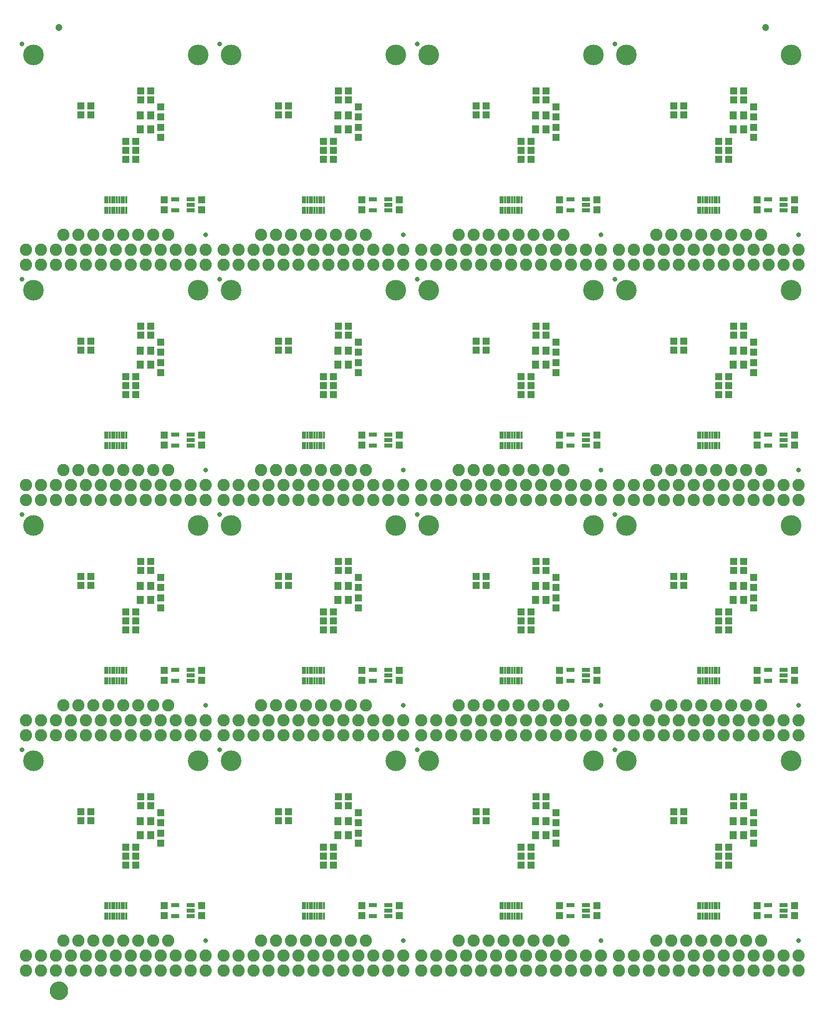
<source format=gbs>
G75*
%MOIN*%
%OFA0B0*%
%FSLAX25Y25*%
%IPPOS*%
%LPD*%
%AMOC8*
5,1,8,0,0,1.08239X$1,22.5*
%
%ADD10R,0.05131X0.04737*%
%ADD11R,0.05131X0.05524*%
%ADD12R,0.04737X0.05131*%
%ADD13R,0.05524X0.02965*%
%ADD14R,0.01587X0.05131*%
%ADD15R,0.01587X0.04737*%
%ADD16C,0.08200*%
%ADD17C,0.13800*%
%ADD18C,0.03300*%
%ADD19C,0.04737*%
%ADD20C,0.05000*%
%ADD21C,0.06706*%
D10*
X0100404Y0104250D03*
X0100404Y0110250D03*
X0100404Y0116250D03*
X0107096Y0116250D03*
X0107096Y0110250D03*
X0107096Y0104250D03*
X0110404Y0143750D03*
X0110404Y0149750D03*
X0117096Y0149750D03*
X0117096Y0143750D03*
X0077096Y0139750D03*
X0077096Y0133750D03*
X0070404Y0133750D03*
X0070404Y0139750D03*
X0100404Y0261250D03*
X0100404Y0267250D03*
X0100404Y0273250D03*
X0107096Y0273250D03*
X0107096Y0267250D03*
X0107096Y0261250D03*
X0110404Y0300750D03*
X0110404Y0306750D03*
X0117096Y0306750D03*
X0117096Y0300750D03*
X0077096Y0296750D03*
X0077096Y0290750D03*
X0070404Y0290750D03*
X0070404Y0296750D03*
X0100404Y0418250D03*
X0100404Y0424250D03*
X0100404Y0430250D03*
X0107096Y0430250D03*
X0107096Y0424250D03*
X0107096Y0418250D03*
X0077096Y0447750D03*
X0077096Y0453750D03*
X0070404Y0453750D03*
X0070404Y0447750D03*
X0110404Y0457750D03*
X0110404Y0463750D03*
X0117096Y0463750D03*
X0117096Y0457750D03*
X0202404Y0453750D03*
X0202404Y0447750D03*
X0209096Y0447750D03*
X0209096Y0453750D03*
X0232404Y0430250D03*
X0232404Y0424250D03*
X0232404Y0418250D03*
X0239096Y0418250D03*
X0239096Y0424250D03*
X0239096Y0430250D03*
X0242404Y0457750D03*
X0242404Y0463750D03*
X0249096Y0463750D03*
X0249096Y0457750D03*
X0334404Y0453750D03*
X0334404Y0447750D03*
X0341096Y0447750D03*
X0341096Y0453750D03*
X0364404Y0430250D03*
X0364404Y0424250D03*
X0364404Y0418250D03*
X0371096Y0418250D03*
X0371096Y0424250D03*
X0371096Y0430250D03*
X0374404Y0457750D03*
X0374404Y0463750D03*
X0381096Y0463750D03*
X0381096Y0457750D03*
X0466404Y0453750D03*
X0466404Y0447750D03*
X0473096Y0447750D03*
X0473096Y0453750D03*
X0496404Y0430250D03*
X0496404Y0424250D03*
X0496404Y0418250D03*
X0503096Y0418250D03*
X0503096Y0424250D03*
X0503096Y0430250D03*
X0506404Y0457750D03*
X0506404Y0463750D03*
X0513096Y0463750D03*
X0513096Y0457750D03*
X0503096Y0575250D03*
X0503096Y0581250D03*
X0503096Y0587250D03*
X0496404Y0587250D03*
X0496404Y0581250D03*
X0496404Y0575250D03*
X0473096Y0604750D03*
X0473096Y0610750D03*
X0466404Y0610750D03*
X0466404Y0604750D03*
X0506404Y0614750D03*
X0506404Y0620750D03*
X0513096Y0620750D03*
X0513096Y0614750D03*
X0381096Y0614750D03*
X0381096Y0620750D03*
X0374404Y0620750D03*
X0374404Y0614750D03*
X0371096Y0587250D03*
X0371096Y0581250D03*
X0371096Y0575250D03*
X0364404Y0575250D03*
X0364404Y0581250D03*
X0364404Y0587250D03*
X0341096Y0604750D03*
X0341096Y0610750D03*
X0334404Y0610750D03*
X0334404Y0604750D03*
X0249096Y0614750D03*
X0249096Y0620750D03*
X0242404Y0620750D03*
X0242404Y0614750D03*
X0239096Y0587250D03*
X0239096Y0581250D03*
X0239096Y0575250D03*
X0232404Y0575250D03*
X0232404Y0581250D03*
X0232404Y0587250D03*
X0209096Y0604750D03*
X0209096Y0610750D03*
X0202404Y0610750D03*
X0202404Y0604750D03*
X0117096Y0614750D03*
X0117096Y0620750D03*
X0110404Y0620750D03*
X0110404Y0614750D03*
X0107096Y0587250D03*
X0107096Y0581250D03*
X0107096Y0575250D03*
X0100404Y0575250D03*
X0100404Y0581250D03*
X0100404Y0587250D03*
X0077096Y0604750D03*
X0077096Y0610750D03*
X0070404Y0610750D03*
X0070404Y0604750D03*
X0242404Y0306750D03*
X0242404Y0300750D03*
X0249096Y0300750D03*
X0249096Y0306750D03*
X0239096Y0273250D03*
X0239096Y0267250D03*
X0239096Y0261250D03*
X0232404Y0261250D03*
X0232404Y0267250D03*
X0232404Y0273250D03*
X0209096Y0290750D03*
X0209096Y0296750D03*
X0202404Y0296750D03*
X0202404Y0290750D03*
X0334404Y0290750D03*
X0334404Y0296750D03*
X0341096Y0296750D03*
X0341096Y0290750D03*
X0364404Y0273250D03*
X0364404Y0267250D03*
X0364404Y0261250D03*
X0371096Y0261250D03*
X0371096Y0267250D03*
X0371096Y0273250D03*
X0374404Y0300750D03*
X0374404Y0306750D03*
X0381096Y0306750D03*
X0381096Y0300750D03*
X0466404Y0296750D03*
X0466404Y0290750D03*
X0473096Y0290750D03*
X0473096Y0296750D03*
X0496404Y0273250D03*
X0496404Y0267250D03*
X0496404Y0261250D03*
X0503096Y0261250D03*
X0503096Y0267250D03*
X0503096Y0273250D03*
X0506404Y0300750D03*
X0506404Y0306750D03*
X0513096Y0306750D03*
X0513096Y0300750D03*
X0513096Y0149750D03*
X0513096Y0143750D03*
X0506404Y0143750D03*
X0506404Y0149750D03*
X0503096Y0116250D03*
X0503096Y0110250D03*
X0503096Y0104250D03*
X0496404Y0104250D03*
X0496404Y0110250D03*
X0496404Y0116250D03*
X0473096Y0133750D03*
X0473096Y0139750D03*
X0466404Y0139750D03*
X0466404Y0133750D03*
X0381096Y0143750D03*
X0381096Y0149750D03*
X0374404Y0149750D03*
X0374404Y0143750D03*
X0371096Y0116250D03*
X0371096Y0110250D03*
X0371096Y0104250D03*
X0364404Y0104250D03*
X0364404Y0110250D03*
X0364404Y0116250D03*
X0341096Y0133750D03*
X0341096Y0139750D03*
X0334404Y0139750D03*
X0334404Y0133750D03*
X0249096Y0143750D03*
X0249096Y0149750D03*
X0242404Y0149750D03*
X0242404Y0143750D03*
X0239096Y0116250D03*
X0239096Y0110250D03*
X0239096Y0104250D03*
X0232404Y0104250D03*
X0232404Y0110250D03*
X0232404Y0116250D03*
X0209096Y0133750D03*
X0209096Y0139750D03*
X0202404Y0139750D03*
X0202404Y0133750D03*
D11*
X0242305Y0133376D03*
X0249195Y0133376D03*
X0249195Y0124124D03*
X0242305Y0124124D03*
X0117195Y0124124D03*
X0110305Y0124124D03*
X0110305Y0133376D03*
X0117195Y0133376D03*
X0117195Y0281124D03*
X0110305Y0281124D03*
X0110305Y0290376D03*
X0117195Y0290376D03*
X0242305Y0290376D03*
X0249195Y0290376D03*
X0249195Y0281124D03*
X0242305Y0281124D03*
X0374305Y0281124D03*
X0381195Y0281124D03*
X0381195Y0290376D03*
X0374305Y0290376D03*
X0506305Y0290376D03*
X0513195Y0290376D03*
X0513195Y0281124D03*
X0506305Y0281124D03*
X0506305Y0133376D03*
X0506305Y0124124D03*
X0513195Y0124124D03*
X0513195Y0133376D03*
X0381195Y0133376D03*
X0374305Y0133376D03*
X0374305Y0124124D03*
X0381195Y0124124D03*
X0381195Y0438124D03*
X0374305Y0438124D03*
X0374305Y0447376D03*
X0381195Y0447376D03*
X0506305Y0447376D03*
X0506305Y0438124D03*
X0513195Y0438124D03*
X0513195Y0447376D03*
X0513195Y0595124D03*
X0513195Y0604376D03*
X0506305Y0604376D03*
X0506305Y0595124D03*
X0381195Y0595124D03*
X0374305Y0595124D03*
X0374305Y0604376D03*
X0381195Y0604376D03*
X0249195Y0604376D03*
X0242305Y0604376D03*
X0242305Y0595124D03*
X0249195Y0595124D03*
X0117195Y0595124D03*
X0110305Y0595124D03*
X0110305Y0604376D03*
X0117195Y0604376D03*
X0117195Y0447376D03*
X0110305Y0447376D03*
X0110305Y0438124D03*
X0117195Y0438124D03*
X0242305Y0438124D03*
X0249195Y0438124D03*
X0249195Y0447376D03*
X0242305Y0447376D03*
D12*
X0255750Y0446404D03*
X0255750Y0453096D03*
X0255750Y0439596D03*
X0255750Y0432904D03*
X0258250Y0391096D03*
X0258250Y0384404D03*
X0283250Y0384404D03*
X0283250Y0391096D03*
X0255750Y0296096D03*
X0255750Y0289404D03*
X0255750Y0282596D03*
X0255750Y0275904D03*
X0258250Y0234096D03*
X0258250Y0227404D03*
X0283250Y0227404D03*
X0283250Y0234096D03*
X0255750Y0139096D03*
X0255750Y0132404D03*
X0255750Y0125596D03*
X0255750Y0118904D03*
X0258250Y0077096D03*
X0258250Y0070404D03*
X0283250Y0070404D03*
X0283250Y0077096D03*
X0387750Y0118904D03*
X0387750Y0125596D03*
X0387750Y0132404D03*
X0387750Y0139096D03*
X0390250Y0077096D03*
X0390250Y0070404D03*
X0415250Y0070404D03*
X0415250Y0077096D03*
X0522250Y0077096D03*
X0522250Y0070404D03*
X0547250Y0070404D03*
X0547250Y0077096D03*
X0519750Y0118904D03*
X0519750Y0125596D03*
X0519750Y0132404D03*
X0519750Y0139096D03*
X0522250Y0227404D03*
X0522250Y0234096D03*
X0547250Y0234096D03*
X0547250Y0227404D03*
X0519750Y0275904D03*
X0519750Y0282596D03*
X0519750Y0289404D03*
X0519750Y0296096D03*
X0522250Y0384404D03*
X0522250Y0391096D03*
X0547250Y0391096D03*
X0547250Y0384404D03*
X0519750Y0432904D03*
X0519750Y0439596D03*
X0519750Y0446404D03*
X0519750Y0453096D03*
X0522250Y0541404D03*
X0522250Y0548096D03*
X0547250Y0548096D03*
X0547250Y0541404D03*
X0519750Y0589904D03*
X0519750Y0596596D03*
X0519750Y0603404D03*
X0519750Y0610096D03*
X0415250Y0548096D03*
X0415250Y0541404D03*
X0390250Y0541404D03*
X0390250Y0548096D03*
X0387750Y0589904D03*
X0387750Y0596596D03*
X0387750Y0603404D03*
X0387750Y0610096D03*
X0283250Y0548096D03*
X0283250Y0541404D03*
X0258250Y0541404D03*
X0258250Y0548096D03*
X0255750Y0589904D03*
X0255750Y0596596D03*
X0255750Y0603404D03*
X0255750Y0610096D03*
X0151250Y0548096D03*
X0151250Y0541404D03*
X0126250Y0541404D03*
X0126250Y0548096D03*
X0123750Y0589904D03*
X0123750Y0596596D03*
X0123750Y0603404D03*
X0123750Y0610096D03*
X0123750Y0453096D03*
X0123750Y0446404D03*
X0123750Y0439596D03*
X0123750Y0432904D03*
X0126250Y0391096D03*
X0126250Y0384404D03*
X0151250Y0384404D03*
X0151250Y0391096D03*
X0123750Y0296096D03*
X0123750Y0289404D03*
X0123750Y0282596D03*
X0123750Y0275904D03*
X0126250Y0234096D03*
X0126250Y0227404D03*
X0151250Y0227404D03*
X0151250Y0234096D03*
X0123750Y0139096D03*
X0123750Y0132404D03*
X0123750Y0125596D03*
X0123750Y0118904D03*
X0126250Y0077096D03*
X0126250Y0070404D03*
X0151250Y0070404D03*
X0151250Y0077096D03*
X0387750Y0275904D03*
X0387750Y0282596D03*
X0387750Y0289404D03*
X0387750Y0296096D03*
X0390250Y0234096D03*
X0390250Y0227404D03*
X0415250Y0227404D03*
X0415250Y0234096D03*
X0415250Y0384404D03*
X0415250Y0391096D03*
X0390250Y0391096D03*
X0390250Y0384404D03*
X0387750Y0432904D03*
X0387750Y0439596D03*
X0387750Y0446404D03*
X0387750Y0453096D03*
D13*
X0397631Y0391490D03*
X0397631Y0384010D03*
X0407869Y0384010D03*
X0407869Y0387750D03*
X0407869Y0391490D03*
X0529631Y0391490D03*
X0529631Y0384010D03*
X0539869Y0384010D03*
X0539869Y0387750D03*
X0539869Y0391490D03*
X0539869Y0541010D03*
X0539869Y0544750D03*
X0539869Y0548490D03*
X0529631Y0548490D03*
X0529631Y0541010D03*
X0407869Y0541010D03*
X0407869Y0544750D03*
X0407869Y0548490D03*
X0397631Y0548490D03*
X0397631Y0541010D03*
X0275869Y0541010D03*
X0275869Y0544750D03*
X0275869Y0548490D03*
X0265631Y0548490D03*
X0265631Y0541010D03*
X0143869Y0541010D03*
X0143869Y0544750D03*
X0143869Y0548490D03*
X0133631Y0548490D03*
X0133631Y0541010D03*
X0133631Y0391490D03*
X0133631Y0384010D03*
X0143869Y0384010D03*
X0143869Y0387750D03*
X0143869Y0391490D03*
X0265631Y0391490D03*
X0265631Y0384010D03*
X0275869Y0384010D03*
X0275869Y0387750D03*
X0275869Y0391490D03*
X0275869Y0234490D03*
X0275869Y0230750D03*
X0275869Y0227010D03*
X0265631Y0227010D03*
X0265631Y0234490D03*
X0143869Y0234490D03*
X0143869Y0230750D03*
X0143869Y0227010D03*
X0133631Y0227010D03*
X0133631Y0234490D03*
X0133631Y0077490D03*
X0133631Y0070010D03*
X0143869Y0070010D03*
X0143869Y0073750D03*
X0143869Y0077490D03*
X0265631Y0077490D03*
X0265631Y0070010D03*
X0275869Y0070010D03*
X0275869Y0073750D03*
X0275869Y0077490D03*
X0397631Y0077490D03*
X0397631Y0070010D03*
X0407869Y0070010D03*
X0407869Y0073750D03*
X0407869Y0077490D03*
X0529631Y0077490D03*
X0529631Y0070010D03*
X0539869Y0070010D03*
X0539869Y0073750D03*
X0539869Y0077490D03*
X0539869Y0227010D03*
X0539869Y0230750D03*
X0539869Y0234490D03*
X0529631Y0234490D03*
X0529631Y0227010D03*
X0407869Y0227010D03*
X0407869Y0230750D03*
X0407869Y0234490D03*
X0397631Y0234490D03*
X0397631Y0227010D03*
D14*
X0350663Y0234096D03*
X0218663Y0234096D03*
X0086663Y0234096D03*
X0086663Y0077096D03*
X0218663Y0077096D03*
X0350663Y0077096D03*
X0482663Y0077096D03*
X0482663Y0234096D03*
X0482663Y0391096D03*
X0350663Y0391096D03*
X0218663Y0391096D03*
X0086663Y0391096D03*
X0086663Y0548096D03*
X0218663Y0548096D03*
X0350663Y0548096D03*
X0482663Y0548096D03*
D15*
X0484238Y0548293D03*
X0485813Y0548293D03*
X0487388Y0548293D03*
X0488963Y0548293D03*
X0490537Y0548293D03*
X0492112Y0548293D03*
X0493687Y0548293D03*
X0495262Y0548293D03*
X0496837Y0548293D03*
X0496837Y0541207D03*
X0495262Y0541207D03*
X0493687Y0541207D03*
X0492112Y0541207D03*
X0490537Y0541207D03*
X0488963Y0541207D03*
X0487388Y0541207D03*
X0485813Y0541207D03*
X0484238Y0541207D03*
X0482663Y0541207D03*
X0364837Y0541207D03*
X0363262Y0541207D03*
X0361687Y0541207D03*
X0360112Y0541207D03*
X0358537Y0541207D03*
X0356963Y0541207D03*
X0355388Y0541207D03*
X0353813Y0541207D03*
X0352238Y0541207D03*
X0350663Y0541207D03*
X0352238Y0548293D03*
X0353813Y0548293D03*
X0355388Y0548293D03*
X0356963Y0548293D03*
X0358537Y0548293D03*
X0360112Y0548293D03*
X0361687Y0548293D03*
X0363262Y0548293D03*
X0364837Y0548293D03*
X0232837Y0548293D03*
X0231262Y0548293D03*
X0229687Y0548293D03*
X0228112Y0548293D03*
X0226537Y0548293D03*
X0224963Y0548293D03*
X0223388Y0548293D03*
X0221813Y0548293D03*
X0220238Y0548293D03*
X0220238Y0541207D03*
X0218663Y0541207D03*
X0221813Y0541207D03*
X0223388Y0541207D03*
X0224963Y0541207D03*
X0226537Y0541207D03*
X0228112Y0541207D03*
X0229687Y0541207D03*
X0231262Y0541207D03*
X0232837Y0541207D03*
X0100837Y0541207D03*
X0099262Y0541207D03*
X0097687Y0541207D03*
X0096112Y0541207D03*
X0094537Y0541207D03*
X0092963Y0541207D03*
X0091388Y0541207D03*
X0089813Y0541207D03*
X0088238Y0541207D03*
X0086663Y0541207D03*
X0088238Y0548293D03*
X0089813Y0548293D03*
X0091388Y0548293D03*
X0092963Y0548293D03*
X0094537Y0548293D03*
X0096112Y0548293D03*
X0097687Y0548293D03*
X0099262Y0548293D03*
X0100837Y0548293D03*
X0100837Y0391293D03*
X0099262Y0391293D03*
X0097687Y0391293D03*
X0096112Y0391293D03*
X0094537Y0391293D03*
X0092963Y0391293D03*
X0091388Y0391293D03*
X0089813Y0391293D03*
X0088238Y0391293D03*
X0088238Y0384207D03*
X0086663Y0384207D03*
X0089813Y0384207D03*
X0091388Y0384207D03*
X0092963Y0384207D03*
X0094537Y0384207D03*
X0096112Y0384207D03*
X0097687Y0384207D03*
X0099262Y0384207D03*
X0100837Y0384207D03*
X0218663Y0384207D03*
X0220238Y0384207D03*
X0221813Y0384207D03*
X0223388Y0384207D03*
X0224963Y0384207D03*
X0226537Y0384207D03*
X0228112Y0384207D03*
X0229687Y0384207D03*
X0231262Y0384207D03*
X0232837Y0384207D03*
X0232837Y0391293D03*
X0231262Y0391293D03*
X0229687Y0391293D03*
X0228112Y0391293D03*
X0226537Y0391293D03*
X0224963Y0391293D03*
X0223388Y0391293D03*
X0221813Y0391293D03*
X0220238Y0391293D03*
X0350663Y0384207D03*
X0352238Y0384207D03*
X0353813Y0384207D03*
X0355388Y0384207D03*
X0356963Y0384207D03*
X0358537Y0384207D03*
X0360112Y0384207D03*
X0361687Y0384207D03*
X0363262Y0384207D03*
X0364837Y0384207D03*
X0364837Y0391293D03*
X0363262Y0391293D03*
X0361687Y0391293D03*
X0360112Y0391293D03*
X0358537Y0391293D03*
X0356963Y0391293D03*
X0355388Y0391293D03*
X0353813Y0391293D03*
X0352238Y0391293D03*
X0482663Y0384207D03*
X0484238Y0384207D03*
X0485813Y0384207D03*
X0487388Y0384207D03*
X0488963Y0384207D03*
X0490537Y0384207D03*
X0492112Y0384207D03*
X0493687Y0384207D03*
X0495262Y0384207D03*
X0496837Y0384207D03*
X0496837Y0391293D03*
X0495262Y0391293D03*
X0493687Y0391293D03*
X0492112Y0391293D03*
X0490537Y0391293D03*
X0488963Y0391293D03*
X0487388Y0391293D03*
X0485813Y0391293D03*
X0484238Y0391293D03*
X0484238Y0234293D03*
X0485813Y0234293D03*
X0487388Y0234293D03*
X0488963Y0234293D03*
X0490537Y0234293D03*
X0492112Y0234293D03*
X0493687Y0234293D03*
X0495262Y0234293D03*
X0496837Y0234293D03*
X0496837Y0227207D03*
X0495262Y0227207D03*
X0493687Y0227207D03*
X0492112Y0227207D03*
X0490537Y0227207D03*
X0488963Y0227207D03*
X0487388Y0227207D03*
X0485813Y0227207D03*
X0484238Y0227207D03*
X0482663Y0227207D03*
X0364837Y0227207D03*
X0363262Y0227207D03*
X0361687Y0227207D03*
X0360112Y0227207D03*
X0358537Y0227207D03*
X0356963Y0227207D03*
X0355388Y0227207D03*
X0353813Y0227207D03*
X0352238Y0227207D03*
X0350663Y0227207D03*
X0352238Y0234293D03*
X0353813Y0234293D03*
X0355388Y0234293D03*
X0356963Y0234293D03*
X0358537Y0234293D03*
X0360112Y0234293D03*
X0361687Y0234293D03*
X0363262Y0234293D03*
X0364837Y0234293D03*
X0232837Y0234293D03*
X0231262Y0234293D03*
X0229687Y0234293D03*
X0228112Y0234293D03*
X0226537Y0234293D03*
X0224963Y0234293D03*
X0223388Y0234293D03*
X0221813Y0234293D03*
X0220238Y0234293D03*
X0220238Y0227207D03*
X0218663Y0227207D03*
X0221813Y0227207D03*
X0223388Y0227207D03*
X0224963Y0227207D03*
X0226537Y0227207D03*
X0228112Y0227207D03*
X0229687Y0227207D03*
X0231262Y0227207D03*
X0232837Y0227207D03*
X0100837Y0227207D03*
X0099262Y0227207D03*
X0097687Y0227207D03*
X0096112Y0227207D03*
X0094537Y0227207D03*
X0092963Y0227207D03*
X0091388Y0227207D03*
X0089813Y0227207D03*
X0088238Y0227207D03*
X0086663Y0227207D03*
X0088238Y0234293D03*
X0089813Y0234293D03*
X0091388Y0234293D03*
X0092963Y0234293D03*
X0094537Y0234293D03*
X0096112Y0234293D03*
X0097687Y0234293D03*
X0099262Y0234293D03*
X0100837Y0234293D03*
X0100837Y0077293D03*
X0099262Y0077293D03*
X0097687Y0077293D03*
X0096112Y0077293D03*
X0094537Y0077293D03*
X0092963Y0077293D03*
X0091388Y0077293D03*
X0089813Y0077293D03*
X0088238Y0077293D03*
X0088238Y0070207D03*
X0086663Y0070207D03*
X0089813Y0070207D03*
X0091388Y0070207D03*
X0092963Y0070207D03*
X0094537Y0070207D03*
X0096112Y0070207D03*
X0097687Y0070207D03*
X0099262Y0070207D03*
X0100837Y0070207D03*
X0218663Y0070207D03*
X0220238Y0070207D03*
X0221813Y0070207D03*
X0223388Y0070207D03*
X0224963Y0070207D03*
X0226537Y0070207D03*
X0228112Y0070207D03*
X0229687Y0070207D03*
X0231262Y0070207D03*
X0232837Y0070207D03*
X0232837Y0077293D03*
X0231262Y0077293D03*
X0229687Y0077293D03*
X0228112Y0077293D03*
X0226537Y0077293D03*
X0224963Y0077293D03*
X0223388Y0077293D03*
X0221813Y0077293D03*
X0220238Y0077293D03*
X0350663Y0070207D03*
X0352238Y0070207D03*
X0353813Y0070207D03*
X0355388Y0070207D03*
X0356963Y0070207D03*
X0358537Y0070207D03*
X0360112Y0070207D03*
X0361687Y0070207D03*
X0363262Y0070207D03*
X0364837Y0070207D03*
X0364837Y0077293D03*
X0363262Y0077293D03*
X0361687Y0077293D03*
X0360112Y0077293D03*
X0358537Y0077293D03*
X0356963Y0077293D03*
X0355388Y0077293D03*
X0353813Y0077293D03*
X0352238Y0077293D03*
X0482663Y0070207D03*
X0484238Y0070207D03*
X0485813Y0070207D03*
X0487388Y0070207D03*
X0488963Y0070207D03*
X0490537Y0070207D03*
X0492112Y0070207D03*
X0493687Y0070207D03*
X0495262Y0070207D03*
X0496837Y0070207D03*
X0496837Y0077293D03*
X0495262Y0077293D03*
X0493687Y0077293D03*
X0492112Y0077293D03*
X0490537Y0077293D03*
X0488963Y0077293D03*
X0487388Y0077293D03*
X0485813Y0077293D03*
X0484238Y0077293D03*
D16*
X0033750Y0033750D03*
X0043750Y0033750D03*
X0043750Y0043750D03*
X0033750Y0043750D03*
X0053750Y0043750D03*
X0063750Y0043750D03*
X0058750Y0053750D03*
X0068750Y0053750D03*
X0078750Y0053750D03*
X0073750Y0043750D03*
X0083750Y0043750D03*
X0088750Y0053750D03*
X0093750Y0043750D03*
X0103750Y0043750D03*
X0098750Y0053750D03*
X0108750Y0053750D03*
X0113750Y0043750D03*
X0123750Y0043750D03*
X0118750Y0053750D03*
X0128750Y0053750D03*
X0133750Y0043750D03*
X0143750Y0043750D03*
X0143750Y0033750D03*
X0133750Y0033750D03*
X0123750Y0033750D03*
X0113750Y0033750D03*
X0103750Y0033750D03*
X0093750Y0033750D03*
X0083750Y0033750D03*
X0073750Y0033750D03*
X0063750Y0033750D03*
X0053750Y0033750D03*
X0153750Y0033750D03*
X0153750Y0043750D03*
X0165750Y0043750D03*
X0175750Y0043750D03*
X0175750Y0033750D03*
X0165750Y0033750D03*
X0185750Y0033750D03*
X0195750Y0033750D03*
X0195750Y0043750D03*
X0185750Y0043750D03*
X0190750Y0053750D03*
X0200750Y0053750D03*
X0205750Y0043750D03*
X0215750Y0043750D03*
X0210750Y0053750D03*
X0220750Y0053750D03*
X0225750Y0043750D03*
X0235750Y0043750D03*
X0230750Y0053750D03*
X0240750Y0053750D03*
X0245750Y0043750D03*
X0255750Y0043750D03*
X0250750Y0053750D03*
X0260750Y0053750D03*
X0265750Y0043750D03*
X0275750Y0043750D03*
X0275750Y0033750D03*
X0265750Y0033750D03*
X0255750Y0033750D03*
X0245750Y0033750D03*
X0235750Y0033750D03*
X0225750Y0033750D03*
X0215750Y0033750D03*
X0205750Y0033750D03*
X0285750Y0033750D03*
X0285750Y0043750D03*
X0297750Y0043750D03*
X0307750Y0043750D03*
X0307750Y0033750D03*
X0297750Y0033750D03*
X0317750Y0033750D03*
X0327750Y0033750D03*
X0327750Y0043750D03*
X0317750Y0043750D03*
X0322750Y0053750D03*
X0332750Y0053750D03*
X0337750Y0043750D03*
X0347750Y0043750D03*
X0342750Y0053750D03*
X0352750Y0053750D03*
X0357750Y0043750D03*
X0367750Y0043750D03*
X0362750Y0053750D03*
X0372750Y0053750D03*
X0377750Y0043750D03*
X0387750Y0043750D03*
X0382750Y0053750D03*
X0392750Y0053750D03*
X0397750Y0043750D03*
X0407750Y0043750D03*
X0407750Y0033750D03*
X0397750Y0033750D03*
X0387750Y0033750D03*
X0377750Y0033750D03*
X0367750Y0033750D03*
X0357750Y0033750D03*
X0347750Y0033750D03*
X0337750Y0033750D03*
X0417750Y0033750D03*
X0417750Y0043750D03*
X0429750Y0043750D03*
X0439750Y0043750D03*
X0439750Y0033750D03*
X0429750Y0033750D03*
X0449750Y0033750D03*
X0459750Y0033750D03*
X0459750Y0043750D03*
X0449750Y0043750D03*
X0454750Y0053750D03*
X0464750Y0053750D03*
X0469750Y0043750D03*
X0479750Y0043750D03*
X0474750Y0053750D03*
X0484750Y0053750D03*
X0489750Y0043750D03*
X0499750Y0043750D03*
X0494750Y0053750D03*
X0504750Y0053750D03*
X0509750Y0043750D03*
X0514750Y0053750D03*
X0524750Y0053750D03*
X0519750Y0043750D03*
X0529750Y0043750D03*
X0529750Y0033750D03*
X0519750Y0033750D03*
X0509750Y0033750D03*
X0499750Y0033750D03*
X0489750Y0033750D03*
X0479750Y0033750D03*
X0469750Y0033750D03*
X0539750Y0033750D03*
X0549750Y0033750D03*
X0549750Y0043750D03*
X0539750Y0043750D03*
X0539750Y0190750D03*
X0539750Y0200750D03*
X0549750Y0200750D03*
X0549750Y0190750D03*
X0529750Y0190750D03*
X0529750Y0200750D03*
X0519750Y0200750D03*
X0519750Y0190750D03*
X0509750Y0190750D03*
X0509750Y0200750D03*
X0499750Y0200750D03*
X0499750Y0190750D03*
X0489750Y0190750D03*
X0489750Y0200750D03*
X0479750Y0200750D03*
X0479750Y0190750D03*
X0469750Y0190750D03*
X0469750Y0200750D03*
X0459750Y0200750D03*
X0459750Y0190750D03*
X0449750Y0190750D03*
X0449750Y0200750D03*
X0439750Y0200750D03*
X0439750Y0190750D03*
X0429750Y0190750D03*
X0429750Y0200750D03*
X0417750Y0200750D03*
X0417750Y0190750D03*
X0407750Y0190750D03*
X0407750Y0200750D03*
X0397750Y0200750D03*
X0397750Y0190750D03*
X0387750Y0190750D03*
X0387750Y0200750D03*
X0377750Y0200750D03*
X0377750Y0190750D03*
X0367750Y0190750D03*
X0367750Y0200750D03*
X0357750Y0200750D03*
X0357750Y0190750D03*
X0347750Y0190750D03*
X0347750Y0200750D03*
X0337750Y0200750D03*
X0337750Y0190750D03*
X0327750Y0190750D03*
X0327750Y0200750D03*
X0317750Y0200750D03*
X0317750Y0190750D03*
X0307750Y0190750D03*
X0307750Y0200750D03*
X0297750Y0200750D03*
X0297750Y0190750D03*
X0285750Y0190750D03*
X0285750Y0200750D03*
X0275750Y0200750D03*
X0275750Y0190750D03*
X0265750Y0190750D03*
X0265750Y0200750D03*
X0255750Y0200750D03*
X0255750Y0190750D03*
X0245750Y0190750D03*
X0245750Y0200750D03*
X0235750Y0200750D03*
X0235750Y0190750D03*
X0225750Y0190750D03*
X0225750Y0200750D03*
X0215750Y0200750D03*
X0215750Y0190750D03*
X0205750Y0190750D03*
X0205750Y0200750D03*
X0195750Y0200750D03*
X0195750Y0190750D03*
X0185750Y0190750D03*
X0185750Y0200750D03*
X0175750Y0200750D03*
X0175750Y0190750D03*
X0165750Y0190750D03*
X0165750Y0200750D03*
X0153750Y0200750D03*
X0153750Y0190750D03*
X0143750Y0190750D03*
X0143750Y0200750D03*
X0133750Y0200750D03*
X0133750Y0190750D03*
X0123750Y0190750D03*
X0123750Y0200750D03*
X0113750Y0200750D03*
X0113750Y0190750D03*
X0103750Y0190750D03*
X0103750Y0200750D03*
X0093750Y0200750D03*
X0093750Y0190750D03*
X0083750Y0190750D03*
X0083750Y0200750D03*
X0073750Y0200750D03*
X0073750Y0190750D03*
X0063750Y0190750D03*
X0063750Y0200750D03*
X0053750Y0200750D03*
X0053750Y0190750D03*
X0043750Y0190750D03*
X0043750Y0200750D03*
X0033750Y0200750D03*
X0033750Y0190750D03*
X0058750Y0210750D03*
X0068750Y0210750D03*
X0078750Y0210750D03*
X0088750Y0210750D03*
X0098750Y0210750D03*
X0108750Y0210750D03*
X0118750Y0210750D03*
X0128750Y0210750D03*
X0190750Y0210750D03*
X0200750Y0210750D03*
X0210750Y0210750D03*
X0220750Y0210750D03*
X0230750Y0210750D03*
X0240750Y0210750D03*
X0250750Y0210750D03*
X0260750Y0210750D03*
X0322750Y0210750D03*
X0332750Y0210750D03*
X0342750Y0210750D03*
X0352750Y0210750D03*
X0362750Y0210750D03*
X0372750Y0210750D03*
X0382750Y0210750D03*
X0392750Y0210750D03*
X0454750Y0210750D03*
X0464750Y0210750D03*
X0474750Y0210750D03*
X0484750Y0210750D03*
X0494750Y0210750D03*
X0504750Y0210750D03*
X0514750Y0210750D03*
X0524750Y0210750D03*
X0519750Y0347750D03*
X0519750Y0357750D03*
X0529750Y0357750D03*
X0529750Y0347750D03*
X0539750Y0347750D03*
X0539750Y0357750D03*
X0549750Y0357750D03*
X0549750Y0347750D03*
X0524750Y0367750D03*
X0514750Y0367750D03*
X0509750Y0357750D03*
X0509750Y0347750D03*
X0499750Y0347750D03*
X0499750Y0357750D03*
X0489750Y0357750D03*
X0489750Y0347750D03*
X0479750Y0347750D03*
X0479750Y0357750D03*
X0469750Y0357750D03*
X0469750Y0347750D03*
X0459750Y0347750D03*
X0459750Y0357750D03*
X0449750Y0357750D03*
X0449750Y0347750D03*
X0439750Y0347750D03*
X0439750Y0357750D03*
X0429750Y0357750D03*
X0429750Y0347750D03*
X0417750Y0347750D03*
X0417750Y0357750D03*
X0407750Y0357750D03*
X0407750Y0347750D03*
X0397750Y0347750D03*
X0397750Y0357750D03*
X0392750Y0367750D03*
X0382750Y0367750D03*
X0377750Y0357750D03*
X0377750Y0347750D03*
X0387750Y0347750D03*
X0387750Y0357750D03*
X0372750Y0367750D03*
X0362750Y0367750D03*
X0357750Y0357750D03*
X0357750Y0347750D03*
X0367750Y0347750D03*
X0367750Y0357750D03*
X0352750Y0367750D03*
X0342750Y0367750D03*
X0337750Y0357750D03*
X0337750Y0347750D03*
X0347750Y0347750D03*
X0347750Y0357750D03*
X0332750Y0367750D03*
X0322750Y0367750D03*
X0317750Y0357750D03*
X0317750Y0347750D03*
X0327750Y0347750D03*
X0327750Y0357750D03*
X0307750Y0357750D03*
X0307750Y0347750D03*
X0297750Y0347750D03*
X0297750Y0357750D03*
X0285750Y0357750D03*
X0285750Y0347750D03*
X0275750Y0347750D03*
X0275750Y0357750D03*
X0265750Y0357750D03*
X0265750Y0347750D03*
X0255750Y0347750D03*
X0255750Y0357750D03*
X0245750Y0357750D03*
X0245750Y0347750D03*
X0235750Y0347750D03*
X0235750Y0357750D03*
X0225750Y0357750D03*
X0225750Y0347750D03*
X0215750Y0347750D03*
X0215750Y0357750D03*
X0205750Y0357750D03*
X0205750Y0347750D03*
X0195750Y0347750D03*
X0195750Y0357750D03*
X0185750Y0357750D03*
X0185750Y0347750D03*
X0175750Y0347750D03*
X0175750Y0357750D03*
X0165750Y0357750D03*
X0165750Y0347750D03*
X0153750Y0347750D03*
X0153750Y0357750D03*
X0143750Y0357750D03*
X0143750Y0347750D03*
X0133750Y0347750D03*
X0133750Y0357750D03*
X0128750Y0367750D03*
X0118750Y0367750D03*
X0113750Y0357750D03*
X0113750Y0347750D03*
X0123750Y0347750D03*
X0123750Y0357750D03*
X0108750Y0367750D03*
X0098750Y0367750D03*
X0093750Y0357750D03*
X0093750Y0347750D03*
X0103750Y0347750D03*
X0103750Y0357750D03*
X0088750Y0367750D03*
X0083750Y0357750D03*
X0083750Y0347750D03*
X0073750Y0347750D03*
X0073750Y0357750D03*
X0068750Y0367750D03*
X0078750Y0367750D03*
X0063750Y0357750D03*
X0063750Y0347750D03*
X0053750Y0347750D03*
X0053750Y0357750D03*
X0058750Y0367750D03*
X0043750Y0357750D03*
X0043750Y0347750D03*
X0033750Y0347750D03*
X0033750Y0357750D03*
X0033750Y0504750D03*
X0043750Y0504750D03*
X0043750Y0514750D03*
X0033750Y0514750D03*
X0053750Y0514750D03*
X0063750Y0514750D03*
X0058750Y0524750D03*
X0068750Y0524750D03*
X0078750Y0524750D03*
X0073750Y0514750D03*
X0083750Y0514750D03*
X0088750Y0524750D03*
X0093750Y0514750D03*
X0103750Y0514750D03*
X0098750Y0524750D03*
X0108750Y0524750D03*
X0113750Y0514750D03*
X0123750Y0514750D03*
X0118750Y0524750D03*
X0128750Y0524750D03*
X0133750Y0514750D03*
X0143750Y0514750D03*
X0143750Y0504750D03*
X0133750Y0504750D03*
X0123750Y0504750D03*
X0113750Y0504750D03*
X0103750Y0504750D03*
X0093750Y0504750D03*
X0083750Y0504750D03*
X0073750Y0504750D03*
X0063750Y0504750D03*
X0053750Y0504750D03*
X0153750Y0504750D03*
X0153750Y0514750D03*
X0165750Y0514750D03*
X0175750Y0514750D03*
X0175750Y0504750D03*
X0165750Y0504750D03*
X0185750Y0504750D03*
X0195750Y0504750D03*
X0195750Y0514750D03*
X0185750Y0514750D03*
X0190750Y0524750D03*
X0200750Y0524750D03*
X0205750Y0514750D03*
X0215750Y0514750D03*
X0210750Y0524750D03*
X0220750Y0524750D03*
X0225750Y0514750D03*
X0235750Y0514750D03*
X0230750Y0524750D03*
X0240750Y0524750D03*
X0245750Y0514750D03*
X0255750Y0514750D03*
X0250750Y0524750D03*
X0260750Y0524750D03*
X0265750Y0514750D03*
X0275750Y0514750D03*
X0275750Y0504750D03*
X0265750Y0504750D03*
X0255750Y0504750D03*
X0245750Y0504750D03*
X0235750Y0504750D03*
X0225750Y0504750D03*
X0215750Y0504750D03*
X0205750Y0504750D03*
X0285750Y0504750D03*
X0285750Y0514750D03*
X0297750Y0514750D03*
X0307750Y0514750D03*
X0307750Y0504750D03*
X0297750Y0504750D03*
X0317750Y0504750D03*
X0327750Y0504750D03*
X0327750Y0514750D03*
X0317750Y0514750D03*
X0322750Y0524750D03*
X0332750Y0524750D03*
X0337750Y0514750D03*
X0347750Y0514750D03*
X0342750Y0524750D03*
X0352750Y0524750D03*
X0357750Y0514750D03*
X0367750Y0514750D03*
X0362750Y0524750D03*
X0372750Y0524750D03*
X0377750Y0514750D03*
X0387750Y0514750D03*
X0382750Y0524750D03*
X0392750Y0524750D03*
X0397750Y0514750D03*
X0407750Y0514750D03*
X0407750Y0504750D03*
X0397750Y0504750D03*
X0387750Y0504750D03*
X0377750Y0504750D03*
X0367750Y0504750D03*
X0357750Y0504750D03*
X0347750Y0504750D03*
X0337750Y0504750D03*
X0417750Y0504750D03*
X0417750Y0514750D03*
X0429750Y0514750D03*
X0439750Y0514750D03*
X0439750Y0504750D03*
X0429750Y0504750D03*
X0449750Y0504750D03*
X0459750Y0504750D03*
X0459750Y0514750D03*
X0449750Y0514750D03*
X0454750Y0524750D03*
X0464750Y0524750D03*
X0469750Y0514750D03*
X0479750Y0514750D03*
X0474750Y0524750D03*
X0484750Y0524750D03*
X0489750Y0514750D03*
X0499750Y0514750D03*
X0494750Y0524750D03*
X0504750Y0524750D03*
X0509750Y0514750D03*
X0514750Y0524750D03*
X0524750Y0524750D03*
X0519750Y0514750D03*
X0529750Y0514750D03*
X0529750Y0504750D03*
X0519750Y0504750D03*
X0509750Y0504750D03*
X0499750Y0504750D03*
X0489750Y0504750D03*
X0479750Y0504750D03*
X0469750Y0504750D03*
X0539750Y0504750D03*
X0549750Y0504750D03*
X0549750Y0514750D03*
X0539750Y0514750D03*
X0504750Y0367750D03*
X0494750Y0367750D03*
X0484750Y0367750D03*
X0474750Y0367750D03*
X0464750Y0367750D03*
X0454750Y0367750D03*
X0260750Y0367750D03*
X0250750Y0367750D03*
X0240750Y0367750D03*
X0230750Y0367750D03*
X0220750Y0367750D03*
X0210750Y0367750D03*
X0200750Y0367750D03*
X0190750Y0367750D03*
D17*
X0170750Y0330750D03*
X0148750Y0330750D03*
X0038750Y0330750D03*
X0038750Y0173750D03*
X0148750Y0173750D03*
X0170750Y0173750D03*
X0280750Y0173750D03*
X0302750Y0173750D03*
X0412750Y0173750D03*
X0434750Y0173750D03*
X0544750Y0173750D03*
X0544750Y0330750D03*
X0434750Y0330750D03*
X0412750Y0330750D03*
X0302750Y0330750D03*
X0280750Y0330750D03*
X0280750Y0487750D03*
X0302750Y0487750D03*
X0412750Y0487750D03*
X0434750Y0487750D03*
X0544750Y0487750D03*
X0544750Y0644750D03*
X0434750Y0644750D03*
X0412750Y0644750D03*
X0302750Y0644750D03*
X0280750Y0644750D03*
X0170750Y0644750D03*
X0148750Y0644750D03*
X0038750Y0644750D03*
X0038750Y0487750D03*
X0148750Y0487750D03*
X0170750Y0487750D03*
D18*
X0163250Y0495250D03*
X0153750Y0524750D03*
X0163250Y0652250D03*
X0285750Y0524750D03*
X0295250Y0495250D03*
X0285750Y0367750D03*
X0295250Y0338250D03*
X0285750Y0210750D03*
X0295250Y0181250D03*
X0285750Y0053750D03*
X0163250Y0181250D03*
X0153750Y0210750D03*
X0163250Y0338250D03*
X0153750Y0367750D03*
X0031250Y0338250D03*
X0031250Y0181250D03*
X0153750Y0053750D03*
X0417750Y0053750D03*
X0427250Y0181250D03*
X0417750Y0210750D03*
X0427250Y0338250D03*
X0417750Y0367750D03*
X0427250Y0495250D03*
X0417750Y0524750D03*
X0427250Y0652250D03*
X0549750Y0524750D03*
X0549750Y0367750D03*
X0549750Y0210750D03*
X0549750Y0053750D03*
X0031250Y0495250D03*
X0031250Y0652250D03*
X0295250Y0652250D03*
D19*
X0527750Y0663000D03*
X0055750Y0663000D03*
D20*
X0052185Y0020500D02*
X0052187Y0020619D01*
X0052193Y0020738D01*
X0052203Y0020857D01*
X0052217Y0020975D01*
X0052235Y0021093D01*
X0052256Y0021210D01*
X0052282Y0021326D01*
X0052312Y0021442D01*
X0052345Y0021556D01*
X0052382Y0021669D01*
X0052423Y0021781D01*
X0052468Y0021892D01*
X0052516Y0022001D01*
X0052568Y0022108D01*
X0052624Y0022213D01*
X0052683Y0022317D01*
X0052745Y0022418D01*
X0052811Y0022518D01*
X0052880Y0022615D01*
X0052952Y0022709D01*
X0053028Y0022802D01*
X0053106Y0022891D01*
X0053187Y0022978D01*
X0053272Y0023063D01*
X0053359Y0023144D01*
X0053448Y0023222D01*
X0053541Y0023298D01*
X0053635Y0023370D01*
X0053732Y0023439D01*
X0053832Y0023505D01*
X0053933Y0023567D01*
X0054037Y0023626D01*
X0054142Y0023682D01*
X0054249Y0023734D01*
X0054358Y0023782D01*
X0054469Y0023827D01*
X0054581Y0023868D01*
X0054694Y0023905D01*
X0054808Y0023938D01*
X0054924Y0023968D01*
X0055040Y0023994D01*
X0055157Y0024015D01*
X0055275Y0024033D01*
X0055393Y0024047D01*
X0055512Y0024057D01*
X0055631Y0024063D01*
X0055750Y0024065D01*
X0055869Y0024063D01*
X0055988Y0024057D01*
X0056107Y0024047D01*
X0056225Y0024033D01*
X0056343Y0024015D01*
X0056460Y0023994D01*
X0056576Y0023968D01*
X0056692Y0023938D01*
X0056806Y0023905D01*
X0056919Y0023868D01*
X0057031Y0023827D01*
X0057142Y0023782D01*
X0057251Y0023734D01*
X0057358Y0023682D01*
X0057463Y0023626D01*
X0057567Y0023567D01*
X0057668Y0023505D01*
X0057768Y0023439D01*
X0057865Y0023370D01*
X0057959Y0023298D01*
X0058052Y0023222D01*
X0058141Y0023144D01*
X0058228Y0023063D01*
X0058313Y0022978D01*
X0058394Y0022891D01*
X0058472Y0022802D01*
X0058548Y0022709D01*
X0058620Y0022615D01*
X0058689Y0022518D01*
X0058755Y0022418D01*
X0058817Y0022317D01*
X0058876Y0022213D01*
X0058932Y0022108D01*
X0058984Y0022001D01*
X0059032Y0021892D01*
X0059077Y0021781D01*
X0059118Y0021669D01*
X0059155Y0021556D01*
X0059188Y0021442D01*
X0059218Y0021326D01*
X0059244Y0021210D01*
X0059265Y0021093D01*
X0059283Y0020975D01*
X0059297Y0020857D01*
X0059307Y0020738D01*
X0059313Y0020619D01*
X0059315Y0020500D01*
X0059313Y0020381D01*
X0059307Y0020262D01*
X0059297Y0020143D01*
X0059283Y0020025D01*
X0059265Y0019907D01*
X0059244Y0019790D01*
X0059218Y0019674D01*
X0059188Y0019558D01*
X0059155Y0019444D01*
X0059118Y0019331D01*
X0059077Y0019219D01*
X0059032Y0019108D01*
X0058984Y0018999D01*
X0058932Y0018892D01*
X0058876Y0018787D01*
X0058817Y0018683D01*
X0058755Y0018582D01*
X0058689Y0018482D01*
X0058620Y0018385D01*
X0058548Y0018291D01*
X0058472Y0018198D01*
X0058394Y0018109D01*
X0058313Y0018022D01*
X0058228Y0017937D01*
X0058141Y0017856D01*
X0058052Y0017778D01*
X0057959Y0017702D01*
X0057865Y0017630D01*
X0057768Y0017561D01*
X0057668Y0017495D01*
X0057567Y0017433D01*
X0057463Y0017374D01*
X0057358Y0017318D01*
X0057251Y0017266D01*
X0057142Y0017218D01*
X0057031Y0017173D01*
X0056919Y0017132D01*
X0056806Y0017095D01*
X0056692Y0017062D01*
X0056576Y0017032D01*
X0056460Y0017006D01*
X0056343Y0016985D01*
X0056225Y0016967D01*
X0056107Y0016953D01*
X0055988Y0016943D01*
X0055869Y0016937D01*
X0055750Y0016935D01*
X0055631Y0016937D01*
X0055512Y0016943D01*
X0055393Y0016953D01*
X0055275Y0016967D01*
X0055157Y0016985D01*
X0055040Y0017006D01*
X0054924Y0017032D01*
X0054808Y0017062D01*
X0054694Y0017095D01*
X0054581Y0017132D01*
X0054469Y0017173D01*
X0054358Y0017218D01*
X0054249Y0017266D01*
X0054142Y0017318D01*
X0054037Y0017374D01*
X0053933Y0017433D01*
X0053832Y0017495D01*
X0053732Y0017561D01*
X0053635Y0017630D01*
X0053541Y0017702D01*
X0053448Y0017778D01*
X0053359Y0017856D01*
X0053272Y0017937D01*
X0053187Y0018022D01*
X0053106Y0018109D01*
X0053028Y0018198D01*
X0052952Y0018291D01*
X0052880Y0018385D01*
X0052811Y0018482D01*
X0052745Y0018582D01*
X0052683Y0018683D01*
X0052624Y0018787D01*
X0052568Y0018892D01*
X0052516Y0018999D01*
X0052468Y0019108D01*
X0052423Y0019219D01*
X0052382Y0019331D01*
X0052345Y0019444D01*
X0052312Y0019558D01*
X0052282Y0019674D01*
X0052256Y0019790D01*
X0052235Y0019907D01*
X0052217Y0020025D01*
X0052203Y0020143D01*
X0052193Y0020262D01*
X0052187Y0020381D01*
X0052185Y0020500D01*
D21*
X0055750Y0020500D03*
M02*

</source>
